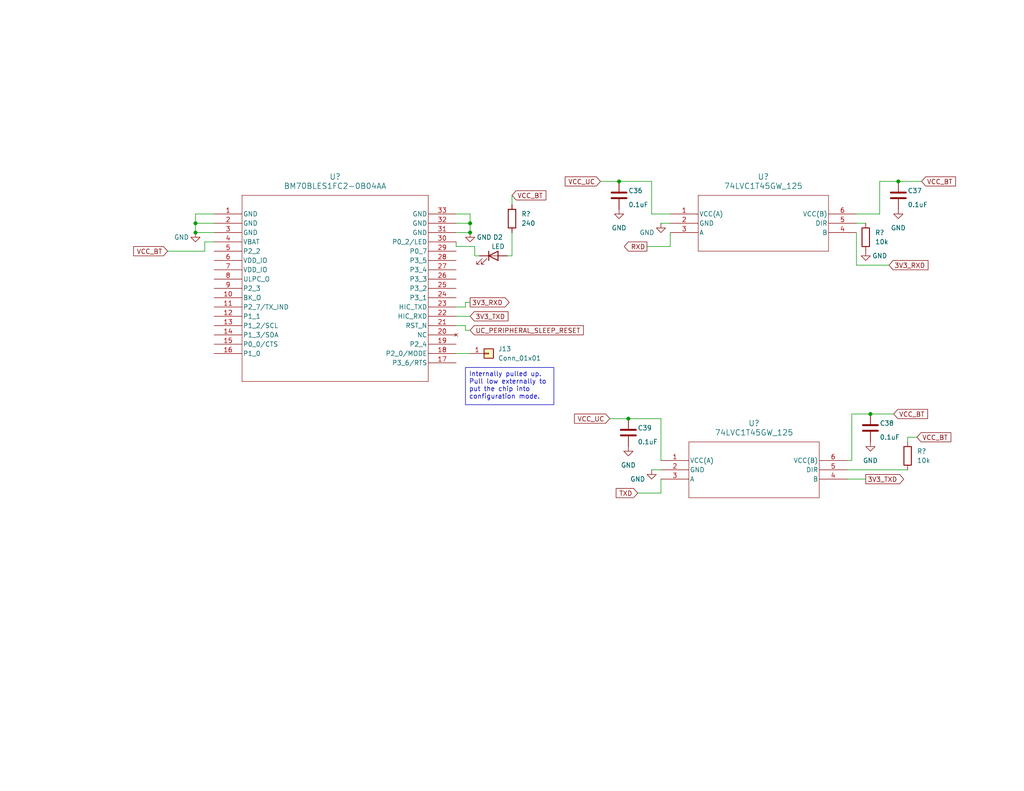
<source format=kicad_sch>
(kicad_sch (version 20230121) (generator eeschema)
  (paper "USLetter")
  (title_block (title "Bluetooth Communication") (date "2023-11-24") (company "COEN 490 Team 15"))
  (lib_symbols
    (symbol "Connector_Generic:Conn_01x01" (pin_names (offset 1.016) hide)
      (property "Reference" "J" (at 0 2.54 0))
      (property "Value" "Conn_01x01" (at 0 -2.54 0))
      (symbol "Conn_01x01_1_1"
        (rectangle (start -1.27 0.127) (end 0 -0.127) (stroke (width 0.1524)))
        (rectangle (start -1.27 1.27) (end 1.27 -1.27) (stroke (width 0.254)) (fill (type background)))
        (pin passive line (at -5.08 0 0) (length 3.81) (name "Pin_1") (number "1"))
      )
    )
    (symbol "Device:C" (pin_numbers hide) (pin_names (offset 0.254))
      (property "Reference" "C" (at 0.635 2.54 0))
      (property "Value" "C" (at 0.635 -2.54 0))
      (symbol "C_0_1"
        (polyline (pts (xy -2.032 -0.762) (xy 2.032 -0.762)) (stroke (width 0.508)))
        (polyline (pts (xy -2.032 0.762) (xy 2.032 0.762)) (stroke (width 0.508)))
      )
      (symbol "C_1_1"
        (pin passive line (at 0 3.81 270) (length 2.794) (name "~") (number "1"))
        (pin passive line (at 0 -3.81 90) (length 2.794) (name "~") (number "2"))
      )
    )
    (symbol "Device:LED" (pin_numbers hide) (pin_names (offset 1.016) hide)
      (property "Reference" "D" (at 0 2.54 0))
      (property "Value" "LED" (at 0 -2.54 0))
      (symbol "LED_0_1"
        (polyline (pts (xy -1.27 -1.27) (xy -1.27 1.27)) (stroke (width 0.254)))
        (polyline (pts (xy -1.27 0) (xy 1.27 0)))
        (polyline (pts (xy 1.27 -1.27) (xy 1.27 1.27) (xy -1.27 0) (xy 1.27 -1.27)) (stroke (width 0.254)))
        (polyline (pts (xy -3.048 -0.762) (xy -4.572 -2.286) (xy -3.81 -2.286) (xy -4.572 -2.286) (xy -4.572 -1.524)))
        (polyline (pts (xy -1.778 -0.762) (xy -3.302 -2.286) (xy -2.54 -2.286) (xy -3.302 -2.286) (xy -3.302 -1.524)))
      )
      (symbol "LED_1_1"
        (pin passive line (at -3.81 0 0) (length 2.54) (name "K") (number "1"))
        (pin passive line (at 3.81 0 180) (length 2.54) (name "A") (number "2"))
      )
    )
    (symbol "Device:R" (pin_numbers hide) (pin_names (offset 0))
      (property "Reference" "R" (at 2.032 0 90))
      (property "Value" "R" (at 0 0 90))
      (symbol "R_0_1"
        (rectangle (start -1.016 -2.54) (end 1.016 2.54) (stroke (width 0.254)))
      )
      (symbol "R_1_1"
        (pin passive line (at 0 3.81 270) (length 1.27) (name "~") (number "1"))
        (pin passive line (at 0 -3.81 90) (length 1.27) (name "~") (number "2"))
      )
    )
    (symbol "Glove_Symbols:74LVC1T45GW_125" (pin_names (offset 0.254))
      (property "Reference" "U" (at 25.4 10.16 0))
      (property "Value" "74LVC1T45GW_125" (at 25.4 7.62 0))
      (symbol "74LVC1T45GW_125_0_1"
        (polyline (pts (xy 7.62 -10.16) (xy 43.18 -10.16)) (stroke (width 0.127)))
        (polyline (pts (xy 7.62 5.08) (xy 7.62 -10.16)) (stroke (width 0.127)))
        (polyline (pts (xy 43.18 -10.16) (xy 43.18 5.08)) (stroke (width 0.127)))
        (polyline (pts (xy 43.18 5.08) (xy 7.62 5.08)) (stroke (width 0.127)))
        (pin power_in line (at 0 0 0) (length 7.62) (name "VCC(A)") (number "1"))
        (pin power_out line (at 0 -2.54 0) (length 7.62) (name "GND") (number "2"))
        (pin bidirectional line (at 0 -5.08 0) (length 7.62) (name "A") (number "3"))
        (pin bidirectional line (at 50.8 -5.08 180) (length 7.62) (name "B") (number "4"))
        (pin input line (at 50.8 -2.54 180) (length 7.62) (name "DIR") (number "5"))
        (pin power_in line (at 50.8 0 180) (length 7.62) (name "VCC(B)") (number "6"))
      )
    )
    (symbol "Glove_Symbols:BM70BLES1FC2-0B04AA" (pin_names (offset 0.254))
      (property "Reference" "U" (at 33.02 10.16 0))
      (property "Value" "BM70BLES1FC2-0B04AA" (at 33.02 7.62 0))
      (symbol "BM70BLES1FC2-0B04AA_0_1"
        (polyline (pts (xy 7.62 -45.72) (xy 58.42 -45.72)) (stroke (width 0.127)))
        (polyline (pts (xy 7.62 5.08) (xy 7.62 -45.72)) (stroke (width 0.127)))
        (polyline (pts (xy 58.42 -45.72) (xy 58.42 5.08)) (stroke (width 0.127)))
        (polyline (pts (xy 58.42 5.08) (xy 7.62 5.08)) (stroke (width 0.127)))
        (pin power_out line (at 0 0 0) (length 7.62) (name "GND") (number "1"))
        (pin power_in line (at 0 -22.86 0) (length 7.62) (name "BK_O") (number "10"))
        (pin bidirectional line (at 0 -25.4 0) (length 7.62) (name "P2_7/TX_IND") (number "11"))
        (pin bidirectional line (at 0 -27.94 0) (length 7.62) (name "P1_1") (number "12"))
        (pin bidirectional line (at 0 -30.48 0) (length 7.62) (name "P1_2/SCL") (number "13"))
        (pin bidirectional line (at 0 -33.02 0) (length 7.62) (name "P1_3/SDA") (number "14"))
        (pin bidirectional line (at 0 -35.56 0) (length 7.62) (name "P0_0/CTS") (number "15"))
        (pin bidirectional line (at 0 -38.1 0) (length 7.62) (name "P1_0") (number "16"))
        (pin bidirectional line (at 66.04 -40.64 180) (length 7.62) (name "P3_6/RTS") (number "17"))
        (pin input line (at 66.04 -38.1 180) (length 7.62) (name "P2_0/MODE") (number "18"))
        (pin bidirectional line (at 66.04 -35.56 180) (length 7.62) (name "P2_4") (number "19"))
        (pin power_out line (at 0 -2.54 0) (length 7.62) (name "GND") (number "2"))
        (pin no_connect line (at 66.04 -33.02 180) (length 7.62) (name "NC") (number "20"))
        (pin input line (at 66.04 -30.48 180) (length 7.62) (name "RST_N") (number "21"))
        (pin input line (at 66.04 -27.94 180) (length 7.62) (name "HIC_RXD") (number "22"))
        (pin output line (at 66.04 -25.4 180) (length 7.62) (name "HIC_TXD") (number "23"))
        (pin bidirectional line (at 66.04 -22.86 180) (length 7.62) (name "P3_1") (number "24"))
        (pin bidirectional line (at 66.04 -20.32 180) (length 7.62) (name "P3_2") (number "25"))
        (pin bidirectional line (at 66.04 -17.78 180) (length 7.62) (name "P3_3") (number "26"))
        (pin bidirectional line (at 66.04 -15.24 180) (length 7.62) (name "P3_4") (number "27"))
        (pin bidirectional line (at 66.04 -12.7 180) (length 7.62) (name "P3_5") (number "28"))
        (pin bidirectional line (at 66.04 -10.16 180) (length 7.62) (name "P0_7") (number "29"))
        (pin power_out line (at 0 -5.08 0) (length 7.62) (name "GND") (number "3"))
        (pin bidirectional line (at 66.04 -7.62 180) (length 7.62) (name "P0_2/LED") (number "30"))
        (pin power_out line (at 66.04 -5.08 180) (length 7.62) (name "GND") (number "31"))
        (pin power_out line (at 66.04 -2.54 180) (length 7.62) (name "GND") (number "32"))
        (pin power_out line (at 66.04 0 180) (length 7.62) (name "GND") (number "33"))
        (pin power_in line (at 0 -7.62 0) (length 7.62) (name "VBAT") (number "4"))
        (pin bidirectional line (at 0 -10.16 0) (length 7.62) (name "P2_2") (number "5"))
        (pin power_in line (at 0 -12.7 0) (length 7.62) (name "VDD_IO") (number "6"))
        (pin power_in line (at 0 -15.24 0) (length 7.62) (name "VDD_IO") (number "7"))
        (pin power_in line (at 0 -17.78 0) (length 7.62) (name "ULPC_O") (number "8"))
        (pin input line (at 0 -20.32 0) (length 7.62) (name "P2_3") (number "9"))
      )
    )
    (symbol "power:GND" (power) (pin_names (offset 0))
      (property "Value" "GND" (at 0 -3.81 0))
      (symbol "GND_0_1"
        (polyline (pts (xy 0 0) (xy 0 -1.27) (xy 1.27 -1.27) (xy 0 -2.54) (xy -1.27 -1.27) (xy 0 -1.27)))
      )
      (symbol "GND_1_1"
        (pin power_in line (at 0 0 270) (length 0) hide (name "GND") (number "1"))
      )
    )
  )
  (junction (at 245.11 49.53))
  (junction (at 237.49 113.03))
  (junction (at 171.45 114.3))
  (junction (at 128.27 60.96))
  (junction (at 128.27 63.5))
  (junction (at 168.91 49.53))
  (junction (at 53.34 63.5))
  (junction (at 53.34 60.96))
  (wire (pts (xy 124.46 58.42) (xy 128.27 58.42)))
  (wire (pts (xy 58.42 58.42) (xy 53.34 58.42)))
  (wire (pts (xy 177.8 58.42) (xy 182.88 58.42)))
  (wire (pts (xy 124.46 86.36) (xy 128.27 86.36)))
  (wire (pts (xy 127 88.9) (xy 127 90.17)))
  (wire (pts (xy 233.68 72.39) (xy 233.68 63.5)))
  (wire (pts (xy 233.68 72.39) (xy 242.57 72.39)))
  (wire (pts (xy 233.68 60.96) (xy 236.22 60.96)))
  (wire (pts (xy 139.7 69.85) (xy 138.43 69.85)))
  (wire (pts (xy 124.46 67.31) (xy 124.46 66.04)))
  (wire (pts (xy 55.88 66.04) (xy 58.42 66.04)))
  (wire (pts (xy 127 90.17) (xy 128.27 90.17)))
  (wire (pts (xy 240.03 49.53) (xy 240.03 58.42)))
  (wire (pts (xy 245.11 49.53) (xy 251.46 49.53)))
  (wire (pts (xy 124.46 60.96) (xy 128.27 60.96)))
  (wire (pts (xy 237.49 113.03) (xy 243.84 113.03)))
  (wire (pts (xy 232.41 113.03) (xy 237.49 113.03)))
  (wire (pts (xy 180.34 134.62) (xy 173.99 134.62)))
  (wire (pts (xy 129.54 69.85) (xy 129.54 67.31)))
  (wire (pts (xy 182.88 67.31) (xy 182.88 63.5)))
  (wire (pts (xy 124.46 83.82) (xy 127 83.82)))
  (wire (pts (xy 139.7 63.5) (xy 139.7 69.85)))
  (wire (pts (xy 177.8 128.27) (xy 180.34 128.27)))
  (wire (pts (xy 240.03 49.53) (xy 245.11 49.53)))
  (wire (pts (xy 127 82.55) (xy 128.27 82.55)))
  (wire (pts (xy 53.34 58.42) (xy 53.34 60.96)))
  (wire (pts (xy 232.41 125.73) (xy 231.14 125.73)))
  (wire (pts (xy 177.8 49.53) (xy 177.8 58.42)))
  (wire (pts (xy 231.14 128.27) (xy 247.65 128.27)))
  (wire (pts (xy 45.72 68.58) (xy 55.88 68.58)))
  (wire (pts (xy 139.7 53.34) (xy 139.7 55.88)))
  (wire (pts (xy 124.46 88.9) (xy 127 88.9)))
  (wire (pts (xy 247.65 119.38) (xy 250.19 119.38)))
  (wire (pts (xy 58.42 60.96) (xy 53.34 60.96)))
  (wire (pts (xy 231.14 130.81) (xy 236.22 130.81)))
  (wire (pts (xy 163.83 49.53) (xy 168.91 49.53)))
  (wire (pts (xy 129.54 67.31) (xy 124.46 67.31)))
  (wire (pts (xy 53.34 63.5) (xy 58.42 63.5)))
  (wire (pts (xy 53.34 60.96) (xy 53.34 63.5)))
  (wire (pts (xy 128.27 58.42) (xy 128.27 60.96)))
  (wire (pts (xy 247.65 119.38) (xy 247.65 120.65)))
  (wire (pts (xy 240.03 58.42) (xy 233.68 58.42)))
  (wire (pts (xy 55.88 68.58) (xy 55.88 66.04)))
  (wire (pts (xy 180.34 134.62) (xy 180.34 130.81)))
  (wire (pts (xy 180.34 114.3) (xy 171.45 114.3)))
  (wire (pts (xy 182.88 67.31) (xy 176.53 67.31)))
  (wire (pts (xy 166.37 114.3) (xy 171.45 114.3)))
  (wire (pts (xy 129.54 69.85) (xy 130.81 69.85)))
  (wire (pts (xy 127 83.82) (xy 127 82.55)))
  (wire (pts (xy 128.27 60.96) (xy 128.27 63.5)))
  (wire (pts (xy 168.91 49.53) (xy 177.8 49.53)))
  (wire (pts (xy 124.46 63.5) (xy 128.27 63.5)))
  (wire (pts (xy 180.34 60.96) (xy 182.88 60.96)))
  (wire (pts (xy 180.34 125.73) (xy 180.34 114.3)))
  (wire (pts (xy 124.46 96.52) (xy 128.27 96.52)))
  (wire (pts (xy 232.41 113.03) (xy 232.41 125.73)))
  (text_box "Internally pulled up. Pull low externally to put the chip into configuration mode." (at 127 100.33 0) (size 24.13 10.16) (effects (font (size 1.27 1.27)) (justify left top)))
  (global_label "3V3_RXD" (shape output) (at 128.27 82.55 0) (property "Intersheetrefs" "${INTERSHEET_REFS}" (effects hide)))
  (global_label "RXD" (shape output) (at 176.53 67.31 180) (property "Intersheetrefs" "${INTERSHEET_REFS}" (effects hide)))
  (global_label "VCC_UC" (shape input) (at 166.37 114.3 180) (property "Intersheetrefs" "${INTERSHEET_REFS}" (effects hide)))
  (global_label "TXD" (shape input) (at 173.99 134.62 180) (property "Intersheetrefs" "${INTERSHEET_REFS}" (effects hide)))
  (global_label "VCC_BT" (shape input) (at 45.72 68.58 180) (property "Intersheetrefs" "${INTERSHEET_REFS}" (effects hide)))
  (global_label "VCC_BT" (shape input) (at 250.19 119.38 0) (property "Intersheetrefs" "${INTERSHEET_REFS}" (effects hide)))
  (global_label "VCC_BT" (shape input) (at 139.7 53.34 0) (property "Intersheetrefs" "${INTERSHEET_REFS}" (effects hide)))
  (global_label "VCC_UC" (shape input) (at 163.83 49.53 180) (property "Intersheetrefs" "${INTERSHEET_REFS}" (effects hide)))
  (global_label "3V3_TXD" (shape input) (at 128.27 86.36 0) (property "Intersheetrefs" "${INTERSHEET_REFS}" (effects hide)))
  (global_label "VCC_BT" (shape input) (at 243.84 113.03 0) (property "Intersheetrefs" "${INTERSHEET_REFS}" (effects hide)))
  (global_label "VCC_BT" (shape input) (at 251.46 49.53 0) (property "Intersheetrefs" "${INTERSHEET_REFS}" (effects hide)))
  (global_label "3V3_TXD" (shape output) (at 236.22 130.81 0) (property "Intersheetrefs" "${INTERSHEET_REFS}" (effects hide)))
  (global_label "3V3_RXD" (shape input) (at 242.57 72.39 0) (property "Intersheetrefs" "${INTERSHEET_REFS}" (effects hide)))
  (global_label "UC_PERIPHERAL_SLEEP_RESET" (shape input) (at 128.27 90.17 0) (property "Intersheetrefs" "${INTERSHEET_REFS}" (effects hide)))
  (symbol (lib_id "Device:C") (at 168.91 53.34 0) (unit 1)
    (property "Reference" "C36" (at 171.45 52.07 0) (effects (justify left)))
    (property "Value" "0.1uF" (at 171.45 55.88 0) (effects (justify left)))
  )
  (symbol (lib_id "Device:C") (at 237.49 116.84 0) (unit 1)
    (property "Reference" "C38" (at 240.03 115.57 0) (effects (justify left)))
    (property "Value" "0.1uF" (at 240.03 119.38 0) (effects (justify left)))
  )
  (symbol (lib_id "power:GND") (at 177.8 128.27 0) (unit 1)
    (property "Reference" "#PWR?" (effects hide))
    (property "Value" "GND" (at 173.99 130.81 0))
    (instances (project "glove_pcb" (path "" (reference "#PWR?") (unit 1)) (path "" (reference "#PWR062") (unit 1))))
  )
  (symbol (lib_id "Glove_Symbols:74LVC1T45GW_125") (at 180.34 125.73 0) (unit 1)
    (property "Reference" "U?" (at 205.74 115.57 0) (effects (font (size 1.524 1.524))))
    (property "Value" "74LVC1T45GW_125" (at 205.74 118.11 0) (effects (font (size 1.524 1.524))))
    (property "Footprint" "TSSOP6_SOT363-2_NEX" (effects hide))
    (property "Datasheet" "74LVC1T45GW_125" (effects hide))
    (instances (project "glove_pcb" (path "" (reference "U?") (unit 1)) (path "" (reference "U14") (unit 1))))
  )
  (symbol (lib_id "Device:C") (at 171.45 118.11 0) (unit 1)
    (property "Reference" "C39" (at 173.99 116.84 0) (effects (justify left)))
    (property "Value" "0.1uF" (at 173.99 120.65 0) (effects (justify left)))
  )
  (symbol (lib_id "power:GND") (at 171.45 121.92 0) (unit 1)
    (property "Reference" "#PWR061" (effects hide))
    (property "Value" "GND" (at 171.45 127 0))
  )
  (symbol (lib_id "Device:R") (at 236.22 64.77 0) (unit 1)
    (property "Reference" "R?" (at 238.76 63.5 0) (effects (justify left)))
    (property "Value" "10k" (at 238.76 66.04 0) (effects (justify left)))
    (instances (project "glove_pcb" (path "" (reference "R?") (unit 1)) (path "" (reference "R36") (unit 1))))
  )
  (symbol (lib_id "power:GND") (at 180.34 60.96 0) (unit 1)
    (property "Reference" "#PWR?" (effects hide))
    (property "Value" "GND" (at 176.53 63.5 0))
    (instances (project "glove_pcb" (path "" (reference "#PWR?") (unit 1)) (path "" (reference "#PWR057") (unit 1))))
  )
  (symbol (lib_id "Device:LED") (at 134.62 69.85 0) (unit 1)
    (property "Reference" "D2" (at 135.89 64.77 0))
    (property "Value" "LED" (at 135.89 67.31 0))
  )
  (symbol (lib_id "Device:R") (at 247.65 124.46 0) (unit 1)
    (property "Reference" "R?" (at 250.19 123.19 0) (effects (justify left)))
    (property "Value" "10k" (at 250.19 125.73 0) (effects (justify left)))
    (instances (project "glove_pcb" (path "" (reference "R?") (unit 1)) (path "" (reference "R37") (unit 1))))
  )
  (symbol (lib_id "power:GND") (at 245.11 57.15 0) (unit 1)
    (property "Reference" "#PWR056" (effects hide))
    (property "Value" "GND" (at 245.11 62.23 0))
  )
  (symbol (lib_id "Connector_Generic:Conn_01x01") (at 133.35 96.52 0) (unit 1)
    (property "Reference" "J13" (at 135.89 95.25 0) (effects (justify left)))
    (property "Value" "Conn_01x01" (at 135.89 97.79 0) (effects (justify left)))
  )
  (symbol (lib_id "power:GND") (at 237.49 120.65 0) (unit 1)
    (property "Reference" "#PWR060" (effects hide))
    (property "Value" "GND" (at 237.49 125.73 0))
  )
  (symbol (lib_id "Device:C") (at 245.11 53.34 0) (unit 1)
    (property "Reference" "C37" (at 247.65 52.07 0) (effects (justify left)))
    (property "Value" "0.1uF" (at 247.65 55.88 0) (effects (justify left)))
  )
  (symbol (lib_id "Glove_Symbols:BM70BLES1FC2-0B04AA") (at 58.42 58.42 0) (unit 1)
    (property "Reference" "U?" (at 91.44 48.26 0) (effects (font (size 1.524 1.524))))
    (property "Value" "BM70BLES1FC2-0B04AA" (at 91.44 50.8 0) (effects (font (size 1.524 1.524))))
    (property "Footprint" "BM70BLES1FC2_MCH" (effects hide))
    (property "Datasheet" "BM70BLES1FC2-0B04AA" (effects hide))
    (instances (project "glove_pcb" (path "" (reference "U?") (unit 1)) (path "" (reference "U12") (unit 1))))
  )
  (symbol (lib_id "power:GND") (at 168.91 57.15 0) (unit 1)
    (property "Reference" "#PWR055" (effects hide))
    (property "Value" "GND" (at 168.91 62.23 0))
  )
  (symbol (lib_id "Glove_Symbols:74LVC1T45GW_125") (at 182.88 58.42 0) (unit 1)
    (property "Reference" "U?" (at 208.28 48.26 0) (effects (font (size 1.524 1.524))))
    (property "Value" "74LVC1T45GW_125" (at 208.28 50.8 0) (effects (font (size 1.524 1.524))))
    (property "Footprint" "TSSOP6_SOT363-2_NEX" (effects hide))
    (property "Datasheet" "74LVC1T45GW_125" (effects hide))
    (instances (project "glove_pcb" (path "" (reference "U?") (unit 1)) (path "" (reference "U13") (unit 1))))
  )
  (symbol (lib_id "Device:R") (at 139.7 59.69 0) (unit 1)
    (property "Reference" "R?" (at 142.24 58.42 0) (effects (justify left)))
    (property "Value" "240" (at 142.24 60.96 0) (effects (justify left)))
    (instances (project "glove_pcb" (path "" (reference "R?") (unit 1)) (path "" (reference "R35") (unit 1))))
  )
  (symbol (lib_id "power:GND") (at 53.34 63.5 0) (unit 1)
    (property "Reference" "#PWR058" (effects hide))
    (property "Value" "GND" (at 49.53 64.77 0))
  )
  (symbol (lib_id "power:GND") (at 128.27 63.5 0) (unit 1)
    (property "Reference" "#PWR063" (effects hide))
    (property "Value" "GND" (at 132.08 64.77 0))
  )
  (symbol (lib_id "power:GND") (at 236.22 68.58 0) (unit 1)
    (property "Reference" "#PWR?" (effects hide))
    (property "Value" "GND" (at 240.03 69.85 0))
    (instances (project "glove_pcb" (path "" (reference "#PWR?") (unit 1)) (path "" (reference "#PWR059") (unit 1))))
  )
)
</source>
